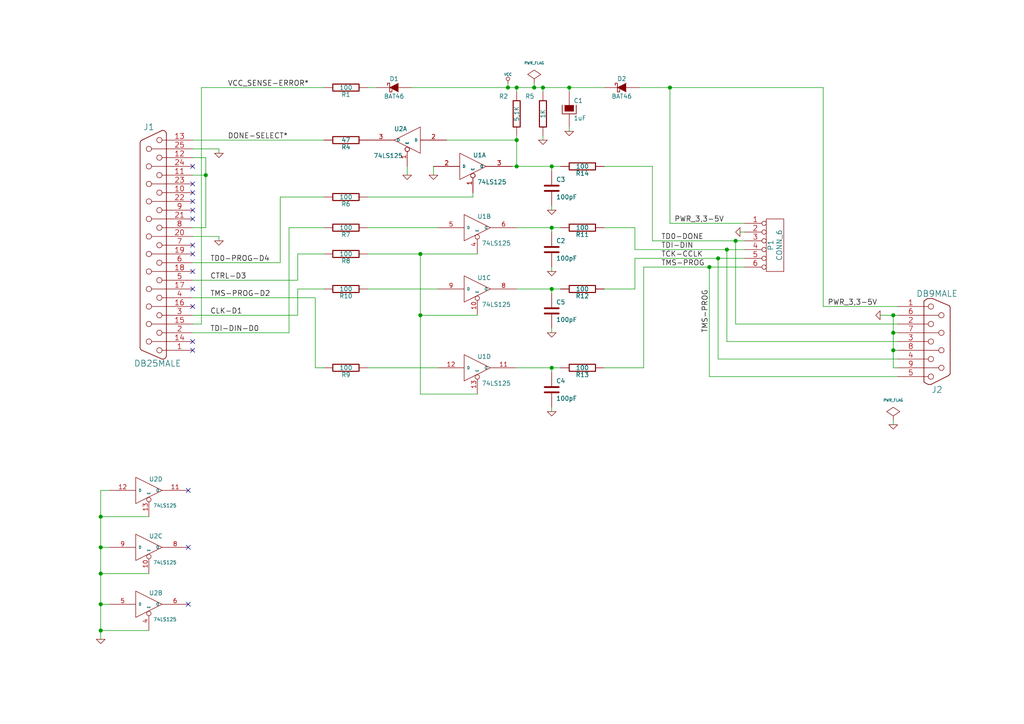
<source format=kicad_sch>
(kicad_sch (version 20210621) (generator eeschema)
  (paper "A4")
  (title_block (title "PARALLEL CABLE III") (date "Sun 22 Mar 2015") (rev "1"))
  (lib_symbols
    (symbol "sonde_xilinx_schlib:74LS125" (pin_names (offset 0.762))
      (property "Reference" "U" (at 0 2.54 0))
      (property "Value" "74LS125" (at 1.27 -3.81 0))
      (symbol "74LS125_0_0"
        (pin power_in line (at -3.81 3.81 270) (length 0) hide (name "VCC") (number "14"))
        (pin power_in line (at -3.81 -3.81 90) (length 0) hide (name "GND") (number "7"))
      )
      (symbol "74LS125_0_1"
        (polyline (pts (xy -3.81 3.81) (xy -3.81 -3.81) (xy 3.81 0) (xy -3.81 3.81)))
      )
      (symbol "74LS125_1_0"
        (pin input inverted (at 0 -7.62 90) (length 5.588) (name "E") (number "1"))
      )
      (symbol "74LS125_1_1"
        (pin input line (at -11.43 0 0) (length 7.62) (name "D") (number "2"))
        (pin tri_state line (at 11.43 0 180) (length 7.62) (name "O") (number "3"))
      )
      (symbol "74LS125_2_0"
        (pin input inverted (at 0 -7.62 90) (length 5.588) (name "E") (number "4"))
      )
      (symbol "74LS125_2_1"
        (pin input line (at -11.43 0 0) (length 7.62) (name "D") (number "5"))
        (pin tri_state line (at 11.43 0 180) (length 7.62) (name "O") (number "6"))
      )
      (symbol "74LS125_3_0"
        (pin input inverted (at 0 -7.62 90) (length 5.588) (name "E") (number "10"))
      )
      (symbol "74LS125_3_1"
        (pin tri_state line (at 11.43 0 180) (length 7.62) (name "O") (number "8"))
        (pin input line (at -11.43 0 0) (length 7.62) (name "D") (number "9"))
      )
      (symbol "74LS125_4_0"
        (pin input inverted (at 0 -7.62 90) (length 5.588) (name "E") (number "13"))
      )
      (symbol "74LS125_4_1"
        (pin tri_state line (at 11.43 0 180) (length 7.62) (name "O") (number "11"))
        (pin input line (at -11.43 0 0) (length 7.62) (name "D") (number "12"))
      )
    )
    (symbol "sonde_xilinx_schlib:C" (pin_numbers hide) (pin_names (offset 0.254))
      (property "Reference" "C" (at 0 2.54 0))
      (property "Value" "C" (at 0.1524 -2.159 0))
      (symbol "C_0_1"
        (polyline (pts (xy -2.032 -0.762) (xy 2.032 -0.762)) (stroke (width 0.508)))
        (polyline (pts (xy -2.032 0.762) (xy 2.032 0.762)) (stroke (width 0.508)))
      )
      (symbol "C_1_1"
        (pin passive line (at 0 5.08 270) (length 4.318) (name "~") (number "1"))
        (pin passive line (at 0 -5.08 90) (length 4.318) (name "~") (number "2"))
      )
    )
    (symbol "sonde_xilinx_schlib:CONN_6" (pin_names (offset 0.762) hide)
      (property "Reference" "P" (at -1.27 0 90))
      (property "Value" "CONN_6" (at 1.27 0 90))
      (symbol "CONN_6_0_1"
        (rectangle (start -2.54 7.62) (end 2.54 -7.62))
      )
      (symbol "CONN_6_1_1"
        (pin passive inverted (at -8.89 6.35 0) (length 6.35) (name "1") (number "1"))
        (pin passive inverted (at -8.89 3.81 0) (length 6.35) (name "2") (number "2"))
        (pin passive inverted (at -8.89 1.27 0) (length 6.35) (name "3") (number "3"))
        (pin passive inverted (at -8.89 -1.27 0) (length 6.35) (name "4") (number "4"))
        (pin passive inverted (at -8.89 -3.81 0) (length 6.35) (name "5") (number "5"))
        (pin passive inverted (at -8.89 -6.35 0) (length 6.35) (name "6") (number "6"))
      )
    )
    (symbol "sonde_xilinx_schlib:CP" (pin_numbers hide) (pin_names (offset 0.254) hide)
      (property "Reference" "C" (at 1.27 2.54 0))
      (property "Value" "CP" (at 1.27 -2.54 0))
      (symbol "CP_0_1"
        (polyline (pts (xy -2.032 1.27) (xy -2.032 -1.27) (xy 2.032 -1.27) (xy 2.032 1.27)) (stroke (width 0.2032)))
        (polyline (pts (xy -1.27 1.27) (xy -1.27 -0.508) (xy 1.27 -0.508) (xy 1.27 1.27)) (fill (type outline)))
      )
      (symbol "CP_1_1"
        (pin passive line (at 0 5.08 270) (length 3.81) (name "~") (number "1"))
        (pin passive line (at 0 -5.08 90) (length 3.81) (name "~") (number "2"))
      )
    )
    (symbol "sonde_xilinx_schlib:DB25" (pin_names (offset 1.016) hide)
      (property "Reference" "J" (at 1.27 34.29 0))
      (property "Value" "DB25" (at -1.27 -34.29 0))
      (symbol "DB25_0_1"
        (arc (start -3.81 -32.004) (mid -3.4118 -32.8103) (end -2.54 -33.02) (stroke (width 0.2032)))
        (arc (start -2.54 33.274) (mid -3.4192 33.0712) (end -3.81 32.258) (stroke (width 0.2032)))
        (circle (center -1.778 -30.48) (radius 0.762))
        (circle (center -1.778 -25.4) (radius 0.762))
        (circle (center -1.778 -20.32) (radius 0.762))
        (circle (center -1.778 -15.24) (radius 0.762))
        (circle (center -1.778 -10.16) (radius 0.762))
        (circle (center -1.778 -5.08) (radius 0.762))
        (circle (center -1.778 0) (radius 0.762))
        (circle (center -1.778 5.08) (radius 0.762))
        (circle (center -1.778 10.16) (radius 0.762))
        (circle (center -1.778 15.24) (radius 0.762))
        (circle (center -1.778 20.32) (radius 0.762))
        (circle (center -1.778 25.4) (radius 0.762))
        (circle (center -1.778 30.48) (radius 0.762))
        (polyline (pts (xy -3.81 -32.004) (xy -3.81 32.258)) (stroke (width 0.2032)))
        (polyline (pts (xy -3.81 -30.48) (xy -2.54 -30.48)))
        (polyline (pts (xy -3.81 -27.94) (xy 0.508 -27.94)))
        (polyline (pts (xy -3.81 -25.4) (xy -2.54 -25.4)))
        (polyline (pts (xy -3.81 -22.86) (xy 0.508 -22.86)))
        (polyline (pts (xy -3.81 -20.32) (xy -2.54 -20.32)))
        (polyline (pts (xy -3.81 -17.78) (xy 0.508 -17.78)))
        (polyline (pts (xy -3.81 -15.24) (xy -2.54 -15.24)))
        (polyline (pts (xy -3.81 -12.7) (xy 0.508 -12.7)))
        (polyline (pts (xy -3.81 -10.16) (xy -2.54 -10.16)))
        (polyline (pts (xy -3.81 -7.62) (xy 0.508 -7.62)))
        (polyline (pts (xy -3.81 -5.08) (xy -2.54 -5.08)))
        (polyline (pts (xy -3.81 -2.54) (xy 0.508 -2.54)))
        (polyline (pts (xy -3.81 0) (xy -2.54 0)))
        (polyline (pts (xy -3.81 2.54) (xy 0.508 2.54)))
        (polyline (pts (xy -3.81 5.08) (xy -2.54 5.08)))
        (polyline (pts (xy -3.81 7.62) (xy 0.508 7.62)))
        (polyline (pts (xy -3.81 10.16) (xy -2.54 10.16)))
        (polyline (pts (xy -3.81 12.7) (xy 0.508 12.7)))
        (polyline (pts (xy -3.81 15.24) (xy -2.54 15.24)))
        (polyline (pts (xy -3.81 17.78) (xy 0.508 17.78)))
        (polyline (pts (xy -3.81 20.32) (xy -2.54 20.32)))
        (polyline (pts (xy -3.81 22.86) (xy 0.508 22.86)))
        (polyline (pts (xy -3.81 25.4) (xy -2.54 25.4)))
        (polyline (pts (xy -3.81 27.94) (xy 0.508 27.94)))
        (polyline (pts (xy -3.81 30.48) (xy -2.54 30.48)))
        (polyline (pts (xy -2.54 -33.02) (xy 3.302 -30.48)) (stroke (width 0.2032)))
        (polyline (pts (xy 3.302 30.48) (xy -2.54 33.274)) (stroke (width 0.2032)))
        (polyline (pts (xy 3.81 -29.718) (xy 3.81 29.718)) (stroke (width 0.2032)))
        (circle (center 1.27 -27.94) (radius 0.762))
        (circle (center 1.27 -22.86) (radius 0.762))
        (circle (center 1.27 -17.78) (radius 0.762))
        (circle (center 1.27 -12.7) (radius 0.762))
        (circle (center 1.27 -7.62) (radius 0.762))
        (circle (center 1.27 -2.54) (radius 0.762))
        (circle (center 1.27 2.54) (radius 0.762))
        (circle (center 1.27 7.62) (radius 0.762))
        (circle (center 1.27 12.7) (radius 0.762))
        (circle (center 1.27 17.78) (radius 0.762))
        (circle (center 1.27 22.86) (radius 0.762))
        (circle (center 1.27 27.94) (radius 0.762))
        (arc (start 3.302 -30.48) (mid 3.6653 -30.1718) (end 3.81 -29.718) (stroke (width 0.2032)))
        (arc (start 3.7846 29.718) (mid 3.654 30.1598) (end 3.302 30.4546) (stroke (width 0.2032)))
      )
      (symbol "DB25_1_1"
        (pin passive line (at -11.43 -30.48 0) (length 7.62) (name "1") (number "1"))
        (pin passive line (at -11.43 15.24 0) (length 7.62) (name "10") (number "10"))
        (pin passive line (at -11.43 20.32 0) (length 7.62) (name "11") (number "11"))
        (pin passive line (at -11.43 25.4 0) (length 7.62) (name "12") (number "12"))
        (pin passive line (at -11.43 30.48 0) (length 7.62) (name "13") (number "13"))
        (pin passive line (at -11.43 -27.94 0) (length 7.62) (name "P14") (number "14"))
        (pin passive line (at -11.43 -22.86 0) (length 7.62) (name "P15") (number "15"))
        (pin passive line (at -11.43 -17.78 0) (length 7.62) (name "P16") (number "16"))
        (pin passive line (at -11.43 -12.7 0) (length 7.62) (name "P17") (number "17"))
        (pin passive line (at -11.43 -7.62 0) (length 7.62) (name "P18") (number "18"))
        (pin passive line (at -11.43 -2.54 0) (length 7.62) (name "P19") (number "19"))
        (pin passive line (at -11.43 -25.4 0) (length 7.62) (name "2") (number "2"))
        (pin passive line (at -11.43 2.54 0) (length 7.62) (name "P20") (number "20"))
        (pin passive line (at -11.43 7.62 0) (length 7.62) (name "P21") (number "21"))
        (pin passive line (at -11.43 12.7 0) (length 7.62) (name "P22") (number "22"))
        (pin passive line (at -11.43 17.78 0) (length 7.62) (name "P23") (number "23"))
        (pin passive line (at -11.43 22.86 0) (length 7.62) (name "P24") (number "24"))
        (pin passive line (at -11.43 27.94 0) (length 7.62) (name "P25") (number "25"))
        (pin passive line (at -11.43 -20.32 0) (length 7.62) (name "3") (number "3"))
        (pin passive line (at -11.43 -15.24 0) (length 7.62) (name "4") (number "4"))
        (pin passive line (at -11.43 -10.16 0) (length 7.62) (name "5") (number "5"))
        (pin passive line (at -11.43 -5.08 0) (length 7.62) (name "6") (number "6"))
        (pin passive line (at -11.43 0 0) (length 7.62) (name "7") (number "7"))
        (pin passive line (at -11.43 5.08 0) (length 7.62) (name "8") (number "8"))
        (pin passive line (at -11.43 10.16 0) (length 7.62) (name "9") (number "9"))
      )
    )
    (symbol "sonde_xilinx_schlib:DB9" (pin_names (offset 1.016) hide)
      (property "Reference" "J" (at 0 13.97 0))
      (property "Value" "DB9" (at 0 -13.97 0))
      (symbol "DB9_0_1"
        (circle (center -1.778 -10.16) (radius 0.762))
        (circle (center -1.778 -5.08) (radius 0.762))
        (circle (center -1.778 0) (radius 0.762))
        (circle (center -1.778 5.08) (radius 0.762))
        (circle (center -1.778 10.16) (radius 0.762))
        (polyline (pts (xy -3.81 -11.684) (xy -3.81 11.684)) (stroke (width 0.2032)))
        (polyline (pts (xy -3.81 -11.6586) (xy -3.556 -11.938)) (stroke (width 0.2032)))
        (polyline (pts (xy -3.81 -10.16) (xy -2.54 -10.16)))
        (polyline (pts (xy -3.81 -7.62) (xy 0.508 -7.62)))
        (polyline (pts (xy -3.81 -5.08) (xy -2.54 -5.08)))
        (polyline (pts (xy -3.81 -2.54) (xy 0.508 -2.54)))
        (polyline (pts (xy -3.81 0) (xy -2.54 0)))
        (polyline (pts (xy -3.81 2.54) (xy 0.508 2.54)))
        (polyline (pts (xy -3.81 5.08) (xy -2.54 5.08)))
        (polyline (pts (xy -3.81 7.62) (xy 0.508 7.62)))
        (polyline (pts (xy -3.81 10.16) (xy -2.54 10.16)))
        (polyline (pts (xy -3.556 -11.938) (xy -2.794 -12.446)) (stroke (width 0.2032)))
        (polyline (pts (xy -3.556 11.938) (xy -3.81 11.684)) (stroke (width 0.2032)))
        (polyline (pts (xy -3.556 11.938) (xy -2.54 12.446)) (stroke (width 0.2032)))
        (polyline (pts (xy -2.794 -12.446) (xy -1.27 -12.446)) (stroke (width 0.2032)))
        (polyline (pts (xy -2.54 12.446) (xy -1.778 12.446)) (stroke (width 0.2032)))
        (polyline (pts (xy 3.2766 9.906) (xy -1.778 12.446)) (stroke (width 0.2032)))
        (polyline (pts (xy 3.2766 9.906) (xy 3.81 9.398)) (stroke (width 0.2032)))
        (polyline (pts (xy 3.556 -10.3886) (xy -1.27 -12.446)) (stroke (width 0.2032)))
        (polyline (pts (xy 3.81 -9.906) (xy 3.556 -10.3886)) (stroke (width 0.2032)))
        (polyline (pts (xy 3.81 9.398) (xy 3.81 -9.906)) (stroke (width 0.2032)))
        (circle (center 1.27 -7.62) (radius 0.762))
        (circle (center 1.27 -2.54) (radius 0.762))
        (circle (center 1.27 2.54) (radius 0.762))
        (circle (center 1.27 7.62) (radius 0.762))
      )
      (symbol "DB9_1_1"
        (pin passive line (at -11.43 -10.16 0) (length 7.62) (name "1") (number "1"))
        (pin passive line (at -11.43 -5.08 0) (length 7.62) (name "2") (number "2"))
        (pin passive line (at -11.43 0 0) (length 7.62) (name "3") (number "3"))
        (pin passive line (at -11.43 5.08 0) (length 7.62) (name "4") (number "4"))
        (pin passive line (at -11.43 10.16 0) (length 7.62) (name "5") (number "5"))
        (pin passive line (at -11.43 -7.62 0) (length 7.62) (name "P6") (number "6"))
        (pin passive line (at -11.43 -2.54 0) (length 7.62) (name "P7") (number "7"))
        (pin passive line (at -11.43 2.54 0) (length 7.62) (name "P8") (number "8"))
        (pin passive line (at -11.43 7.62 0) (length 7.62) (name "P9") (number "9"))
      )
    )
    (symbol "sonde_xilinx_schlib:DIODESCH" (pin_numbers hide) (pin_names (offset 1.016) hide)
      (property "Reference" "D" (at 0 2.54 0))
      (property "Value" "DIODESCH" (at 0 -2.54 0))
      (symbol "DIODESCH_0_1"
        (polyline (pts (xy -1.27 1.27) (xy 1.27 0) (xy -1.27 -1.27)) (fill (type outline)))
        (polyline (pts (xy 1.905 0.635) (xy 1.905 1.27) (xy 1.27 1.27) (xy 1.27 -1.27) (xy 0.635 -1.27) (xy 0.635 -0.635)) (stroke (width 0.2032)))
      )
      (symbol "DIODESCH_1_1"
        (pin passive line (at -5.08 0 0) (length 3.81) (name "A") (number "1"))
        (pin passive line (at 5.08 0 180) (length 3.81) (name "K") (number "2"))
      )
    )
    (symbol "sonde_xilinx_schlib:GND" (power) (pin_names (offset 0))
      (symbol "GND_0_1"
        (polyline (pts (xy -1.27 0) (xy 0 -1.27) (xy 1.27 0) (xy -1.27 0)))
      )
      (symbol "GND_1_1"
        (pin power_in line (at 0 0 90) (length 0) hide (name "GND") (number "1"))
      )
    )
    (symbol "sonde_xilinx_schlib:PWR_FLAG" (power) (pin_numbers hide) (pin_names (offset 0) hide)
      (property "Value" "PWR_FLAG" (at 0 4.572 0))
      (symbol "PWR_FLAG_0_0"
        (pin power_out line (at 0 0 90) (length 0) (name "pwr") (number "1"))
      )
      (symbol "PWR_FLAG_0_1"
        (polyline (pts (xy 0 0) (xy 0 1.27) (xy -1.905 2.54) (xy 0 3.81) (xy 1.905 2.54) (xy 0 1.27)))
      )
    )
    (symbol "sonde_xilinx_schlib:R" (pin_numbers hide) (pin_names (offset 0))
      (property "Reference" "R" (at 2.032 0 90))
      (property "Value" "R" (at 0.1778 0.0254 90))
      (symbol "R_0_1"
        (rectangle (start -1.016 3.81) (end 1.016 -3.81) (stroke (width 0.3048)))
      )
      (symbol "R_1_1"
        (pin passive line (at 0 6.35 270) (length 2.54) (name "~") (number "1"))
        (pin passive line (at 0 -6.35 90) (length 2.54) (name "~") (number "2"))
      )
    )
    (symbol "sonde_xilinx_schlib:VCC" (power) (pin_names (offset 0))
      (property "Value" "VCC" (at 0 2.54 0))
      (symbol "VCC_0_0"
        (pin power_in line (at 0 0 90) (length 0) hide (name "VCC") (number "1"))
      )
      (symbol "VCC_0_1"
        (polyline (pts (xy 0 0) (xy 0 0.762) (xy 0 0.762)))
        (circle (center 0 1.27) (radius 0.508))
      )
    )
  )
  (junction (at 147.32 25.4) (diameter 1.016))
  (junction (at 210.82 72.39) (diameter 1.016))
  (junction (at 205.74 77.47) (diameter 1.016))
  (junction (at 149.86 48.26) (diameter 1.016))
  (junction (at 157.48 25.4) (diameter 1.016))
  (junction (at 59.69 50.8) (diameter 1.016))
  (junction (at 154.94 25.4) (diameter 1.016))
  (junction (at 160.02 48.26) (diameter 1.016))
  (junction (at 259.08 91.44) (diameter 1.016))
  (junction (at 165.1 25.4) (diameter 1.016))
  (junction (at 259.08 101.6) (diameter 1.016))
  (junction (at 29.21 182.88) (diameter 1.016))
  (junction (at 29.21 166.37) (diameter 1.016))
  (junction (at 160.02 83.82) (diameter 1.016))
  (junction (at 149.86 40.64) (diameter 1.016))
  (junction (at 160.02 66.04) (diameter 1.016))
  (junction (at 208.28 74.93) (diameter 1.016))
  (junction (at 259.08 96.52) (diameter 1.016))
  (junction (at 160.02 106.68) (diameter 1.016))
  (junction (at 121.92 73.66) (diameter 1.016))
  (junction (at 213.36 69.85) (diameter 1.016))
  (junction (at 29.21 158.75) (diameter 1.016))
  (junction (at 194.31 25.4) (diameter 1.016))
  (junction (at 29.21 175.26) (diameter 1.016))
  (junction (at 121.92 91.44) (diameter 1.016))
  (junction (at 29.21 149.86) (diameter 1.016))
  (junction (at 149.86 25.4) (diameter 1.016))
  (no_connect (at 54.61 175.26))
  (no_connect (at 55.88 88.9))
  (no_connect (at 54.61 142.24))
  (no_connect (at 54.61 158.75))
  (no_connect (at 55.88 55.88))
  (no_connect (at 55.88 71.12))
  (no_connect (at 55.88 48.26))
  (no_connect (at 55.88 73.66))
  (no_connect (at 55.88 101.6))
  (no_connect (at 55.88 53.34))
  (no_connect (at 55.88 78.74))
  (no_connect (at 55.88 60.96))
  (no_connect (at 55.88 58.42))
  (no_connect (at 55.88 99.06))
  (no_connect (at 55.88 63.5))
  (no_connect (at 55.88 83.82))
  (wire (pts (xy 165.1 25.4) (xy 165.1 26.67)))
  (wire (pts (xy 59.69 66.04) (xy 55.88 66.04)))
  (wire (pts (xy 106.68 57.15) (xy 137.16 57.15)))
  (wire (pts (xy 129.54 40.64) (xy 149.86 40.64)))
  (wire (pts (xy 189.23 48.26) (xy 175.26 48.26)))
  (wire (pts (xy 149.86 106.68) (xy 160.02 106.68)))
  (wire (pts (xy 59.69 45.72) (xy 55.88 45.72)))
  (wire (pts (xy 63.5 69.85) (xy 63.5 68.58)))
  (wire (pts (xy 260.35 99.06) (xy 210.82 99.06)))
  (wire (pts (xy 91.44 86.36) (xy 55.88 86.36)))
  (wire (pts (xy 149.86 66.04) (xy 160.02 66.04)))
  (wire (pts (xy 208.28 104.14) (xy 208.28 74.93)))
  (wire (pts (xy 109.22 25.4) (xy 106.68 25.4)))
  (wire (pts (xy 29.21 166.37) (xy 43.18 166.37)))
  (wire (pts (xy 160.02 95.25) (xy 160.02 96.52)))
  (wire (pts (xy 127 83.82) (xy 106.68 83.82)))
  (wire (pts (xy 184.15 72.39) (xy 184.15 66.04)))
  (wire (pts (xy 157.48 25.4) (xy 165.1 25.4)))
  (wire (pts (xy 148.59 48.26) (xy 149.86 48.26)))
  (wire (pts (xy 149.86 39.37) (xy 149.86 40.64)))
  (wire (pts (xy 260.35 96.52) (xy 259.08 96.52)))
  (wire (pts (xy 259.08 91.44) (xy 260.35 91.44)))
  (wire (pts (xy 160.02 107.95) (xy 160.02 106.68)))
  (wire (pts (xy 157.48 25.4) (xy 157.48 26.67)))
  (wire (pts (xy 205.74 77.47) (xy 215.9 77.47)))
  (wire (pts (xy 29.21 142.24) (xy 29.21 149.86)))
  (wire (pts (xy 29.21 158.75) (xy 31.75 158.75)))
  (wire (pts (xy 55.88 81.28) (xy 86.36 81.28)))
  (wire (pts (xy 29.21 149.86) (xy 29.21 158.75)))
  (wire (pts (xy 86.36 73.66) (xy 93.98 73.66)))
  (wire (pts (xy 29.21 158.75) (xy 29.21 166.37)))
  (wire (pts (xy 86.36 91.44) (xy 86.36 83.82)))
  (wire (pts (xy 208.28 74.93) (xy 215.9 74.93)))
  (wire (pts (xy 147.32 25.4) (xy 149.86 25.4)))
  (wire (pts (xy 55.88 50.8) (xy 59.69 50.8)))
  (wire (pts (xy 259.08 123.19) (xy 259.08 121.92)))
  (wire (pts (xy 137.16 57.15) (xy 137.16 55.88)))
  (wire (pts (xy 59.69 45.72) (xy 59.69 50.8)))
  (wire (pts (xy 83.82 96.52) (xy 83.82 66.04)))
  (wire (pts (xy 189.23 69.85) (xy 189.23 48.26)))
  (wire (pts (xy 29.21 142.24) (xy 31.75 142.24)))
  (wire (pts (xy 160.02 78.74) (xy 160.02 77.47)))
  (wire (pts (xy 121.92 73.66) (xy 138.43 73.66)))
  (wire (pts (xy 63.5 43.18) (xy 55.88 43.18)))
  (wire (pts (xy 58.42 25.4) (xy 93.98 25.4)))
  (wire (pts (xy 91.44 106.68) (xy 91.44 86.36)))
  (wire (pts (xy 63.5 44.45) (xy 63.5 43.18)))
  (wire (pts (xy 184.15 74.93) (xy 208.28 74.93)))
  (wire (pts (xy 149.86 83.82) (xy 160.02 83.82)))
  (wire (pts (xy 259.08 106.68) (xy 260.35 106.68)))
  (wire (pts (xy 160.02 67.31) (xy 160.02 66.04)))
  (wire (pts (xy 29.21 175.26) (xy 31.75 175.26)))
  (wire (pts (xy 160.02 48.26) (xy 160.02 49.53)))
  (wire (pts (xy 205.74 109.22) (xy 205.74 77.47)))
  (wire (pts (xy 260.35 104.14) (xy 208.28 104.14)))
  (wire (pts (xy 127 106.68) (xy 106.68 106.68)))
  (wire (pts (xy 81.28 57.15) (xy 93.98 57.15)))
  (wire (pts (xy 29.21 166.37) (xy 29.21 175.26)))
  (wire (pts (xy 259.08 91.44) (xy 259.08 96.52)))
  (wire (pts (xy 186.69 106.68) (xy 186.69 77.47)))
  (wire (pts (xy 138.43 91.44) (xy 121.92 91.44)))
  (wire (pts (xy 29.21 175.26) (xy 29.21 182.88)))
  (wire (pts (xy 149.86 48.26) (xy 160.02 48.26)))
  (wire (pts (xy 260.35 109.22) (xy 205.74 109.22)))
  (wire (pts (xy 55.88 76.2) (xy 81.28 76.2)))
  (wire (pts (xy 149.86 40.64) (xy 149.86 48.26)))
  (wire (pts (xy 189.23 69.85) (xy 213.36 69.85)))
  (wire (pts (xy 260.35 88.9) (xy 238.76 88.9)))
  (wire (pts (xy 160.02 118.11) (xy 160.02 119.38)))
  (wire (pts (xy 58.42 25.4) (xy 58.42 93.98)))
  (wire (pts (xy 259.08 101.6) (xy 259.08 106.68)))
  (wire (pts (xy 194.31 25.4) (xy 238.76 25.4)))
  (wire (pts (xy 154.94 25.4) (xy 157.48 25.4)))
  (wire (pts (xy 147.32 25.4) (xy 147.32 24.13)))
  (wire (pts (xy 210.82 72.39) (xy 215.9 72.39)))
  (wire (pts (xy 184.15 74.93) (xy 184.15 83.82)))
  (wire (pts (xy 215.9 64.77) (xy 194.31 64.77)))
  (wire (pts (xy 55.88 40.64) (xy 93.98 40.64)))
  (wire (pts (xy 121.92 73.66) (xy 121.92 91.44)))
  (wire (pts (xy 210.82 99.06) (xy 210.82 72.39)))
  (wire (pts (xy 118.11 50.8) (xy 118.11 48.26)))
  (wire (pts (xy 55.88 91.44) (xy 86.36 91.44)))
  (wire (pts (xy 184.15 83.82) (xy 175.26 83.82)))
  (wire (pts (xy 213.36 93.98) (xy 213.36 69.85)))
  (wire (pts (xy 160.02 106.68) (xy 162.56 106.68)))
  (wire (pts (xy 260.35 93.98) (xy 213.36 93.98)))
  (wire (pts (xy 93.98 106.68) (xy 91.44 106.68)))
  (wire (pts (xy 165.1 38.1) (xy 165.1 36.83)))
  (wire (pts (xy 255.27 91.44) (xy 259.08 91.44)))
  (wire (pts (xy 121.92 114.3) (xy 138.43 114.3)))
  (wire (pts (xy 214.63 67.31) (xy 215.9 67.31)))
  (wire (pts (xy 125.73 48.26) (xy 125.73 50.8)))
  (wire (pts (xy 106.68 73.66) (xy 121.92 73.66)))
  (wire (pts (xy 119.38 25.4) (xy 147.32 25.4)))
  (wire (pts (xy 127 66.04) (xy 106.68 66.04)))
  (wire (pts (xy 185.42 25.4) (xy 194.31 25.4)))
  (wire (pts (xy 238.76 25.4) (xy 238.76 88.9)))
  (wire (pts (xy 29.21 182.88) (xy 43.18 182.88)))
  (wire (pts (xy 160.02 83.82) (xy 162.56 83.82)))
  (wire (pts (xy 157.48 40.64) (xy 157.48 39.37)))
  (wire (pts (xy 184.15 72.39) (xy 210.82 72.39)))
  (wire (pts (xy 149.86 25.4) (xy 154.94 25.4)))
  (wire (pts (xy 184.15 66.04) (xy 175.26 66.04)))
  (wire (pts (xy 58.42 93.98) (xy 55.88 93.98)))
  (wire (pts (xy 186.69 77.47) (xy 205.74 77.47)))
  (wire (pts (xy 86.36 83.82) (xy 93.98 83.82)))
  (wire (pts (xy 59.69 50.8) (xy 59.69 66.04)))
  (wire (pts (xy 81.28 76.2) (xy 81.28 57.15)))
  (wire (pts (xy 63.5 68.58) (xy 55.88 68.58)))
  (wire (pts (xy 259.08 101.6) (xy 260.35 101.6)))
  (wire (pts (xy 86.36 81.28) (xy 86.36 73.66)))
  (wire (pts (xy 149.86 25.4) (xy 149.86 26.67)))
  (wire (pts (xy 213.36 69.85) (xy 215.9 69.85)))
  (wire (pts (xy 175.26 106.68) (xy 186.69 106.68)))
  (wire (pts (xy 121.92 91.44) (xy 121.92 114.3)))
  (wire (pts (xy 165.1 25.4) (xy 175.26 25.4)))
  (wire (pts (xy 154.94 24.13) (xy 154.94 25.4)))
  (wire (pts (xy 160.02 66.04) (xy 162.56 66.04)))
  (wire (pts (xy 43.18 149.86) (xy 29.21 149.86)))
  (wire (pts (xy 160.02 48.26) (xy 162.56 48.26)))
  (wire (pts (xy 55.88 96.52) (xy 83.82 96.52)))
  (wire (pts (xy 194.31 64.77) (xy 194.31 25.4)))
  (wire (pts (xy 160.02 85.09) (xy 160.02 83.82)))
  (wire (pts (xy 259.08 96.52) (xy 259.08 101.6)))
  (wire (pts (xy 160.02 60.96) (xy 160.02 59.69)))
  (wire (pts (xy 83.82 66.04) (xy 93.98 66.04)))
  (wire (pts (xy 29.21 182.88) (xy 29.21 185.42)))
  (label "TMS-PROG" (at 205.74 96.52 90) (effects (font (size 1.524 1.524))))
  (label "TDI-DIN-D0" (at 60.96 96.52 0) (effects (font (size 1.524 1.524))))
  (label "CTRL-D3" (at 60.96 81.28 0) (effects (font (size 1.524 1.524))))
  (label "PWR_3,3-5V" (at 240.03 88.9 0) (effects (font (size 1.524 1.524))))
  (label "VCC_SENSE-ERROR*" (at 66.04 25.4 0) (effects (font (size 1.524 1.524))))
  (label "TD0-PROG-D4" (at 60.96 76.2 0) (effects (font (size 1.524 1.524))))
  (label "TMS-PROG" (at 191.77 77.47 0) (effects (font (size 1.524 1.524))))
  (label "TMS-PROG-D2" (at 60.96 86.36 0) (effects (font (size 1.524 1.524))))
  (label "CLK-D1" (at 60.96 91.44 0) (effects (font (size 1.524 1.524))))
  (label "DONE-SELECT*" (at 66.04 40.64 0) (effects (font (size 1.524 1.524))))
  (label "TD0-DONE" (at 191.77 69.85 0) (effects (font (size 1.524 1.524))))
  (label "TDI-DIN" (at 191.77 72.39 0) (effects (font (size 1.524 1.524))))
  (label "TCK-CCLK" (at 191.77 74.93 0) (effects (font (size 1.524 1.524))))
  (label "PWR_3,3-5V" (at 195.58 64.77 0) (effects (font (size 1.524 1.524))))
  (symbol (lib_id "sonde_xilinx_schlib:DB25") (at 44.45 71.12 0) (mirror y) (unit 1)
    (property "Reference" "J1" (at 43.18 36.83 0) (effects (font (size 1.778 1.778))))
    (property "Value" "DB25MALE" (at 45.72 105.41 0) (effects (font (size 1.778 1.778))))
    (property "Footprint" "Connector_Dsub:DSUB-25_Male_EdgeMount_P2.77mm" (effects hide))
  )
  (symbol (lib_id "sonde_xilinx_schlib:R") (at 100.33 25.4 270) (unit 1)
    (property "Reference" "R1" (at 100.33 27.432 90))
    (property "Value" "100" (at 100.33 25.4 90))
    (property "Footprint" "Resistor_THT:R_Axial_DIN0207_L6.3mm_D2.5mm_P10.16mm_Horizontal" (effects hide))
  )
  (symbol (lib_id "sonde_xilinx_schlib:R") (at 100.33 40.64 270) (unit 1)
    (property "Reference" "R4" (at 100.33 42.672 90))
    (property "Value" "47" (at 100.33 40.64 90))
    (property "Footprint" "Resistor_THT:R_Axial_DIN0207_L6.3mm_D2.5mm_P10.16mm_Horizontal" (effects hide))
  )
  (symbol (lib_id "sonde_xilinx_schlib:R") (at 100.33 57.15 270) (unit 1)
    (property "Reference" "R6" (at 100.33 59.182 90))
    (property "Value" "100" (at 100.33 57.15 90))
    (property "Footprint" "Resistor_THT:R_Axial_DIN0207_L6.3mm_D2.5mm_P10.16mm_Horizontal" (effects hide))
  )
  (symbol (lib_id "sonde_xilinx_schlib:R") (at 100.33 83.82 270) (unit 1)
    (property "Reference" "R10" (at 100.33 85.852 90))
    (property "Value" "100" (at 100.33 83.82 90))
    (property "Footprint" "Resistor_THT:R_Axial_DIN0207_L6.3mm_D2.5mm_P10.16mm_Horizontal" (effects hide))
  )
  (symbol (lib_id "sonde_xilinx_schlib:R") (at 100.33 106.68 270) (unit 1)
    (property "Reference" "R9" (at 100.33 108.712 90))
    (property "Value" "100" (at 100.33 106.68 90))
    (property "Footprint" "Resistor_THT:R_Axial_DIN0207_L6.3mm_D2.5mm_P10.16mm_Horizontal" (effects hide))
  )
  (symbol (lib_id "sonde_xilinx_schlib:74LS125") (at 118.11 40.64 0) (mirror y) (unit 1)
    (property "Reference" "U2" (at 118.11 38.1 0) (effects (justify left bottom)))
    (property "Value" "74LS125" (at 116.84 44.45 0) (effects (justify left top)))
    (property "Footprint" "Package_DIP:DIP-14_W7.62mm_LongPads" (effects hide))
  )
  (symbol (lib_id "sonde_xilinx_schlib:74LS125") (at 137.16 48.26 0) (unit 1)
    (property "Reference" "U1" (at 137.16 45.72 0) (effects (justify left bottom)))
    (property "Value" "74LS125" (at 138.43 52.07 0) (effects (justify left top)))
    (property "Footprint" "Package_DIP:DIP-14_W7.62mm_LongPads" (effects hide))
  )
  (symbol (lib_id "sonde_xilinx_schlib:74LS125") (at 138.43 66.04 0) (unit 2)
    (property "Reference" "U1" (at 138.43 63.5 0) (effects (justify left bottom)))
    (property "Value" "74LS125" (at 139.7 69.8246 0) (effects (justify left top)))
    (property "Footprint" "Package_DIP:DIP-14_W7.62mm_LongPads" (effects hide))
  )
  (symbol (lib_id "sonde_xilinx_schlib:74LS125") (at 138.43 83.82 0) (unit 3)
    (property "Reference" "U1" (at 138.43 81.28 0) (effects (justify left bottom)))
    (property "Value" "74LS125" (at 139.7 87.6046 0) (effects (justify left top)))
    (property "Footprint" "Package_DIP:DIP-14_W7.62mm_LongPads" (effects hide))
  )
  (symbol (lib_id "sonde_xilinx_schlib:74LS125") (at 138.43 106.68 0) (unit 4)
    (property "Reference" "U1" (at 138.43 104.14 0) (effects (justify left bottom)))
    (property "Value" "74LS125" (at 139.7 110.4646 0) (effects (justify left top)))
    (property "Footprint" "Package_DIP:DIP-14_W7.62mm_LongPads" (effects hide))
  )
  (symbol (lib_id "sonde_xilinx_schlib:74LS125") (at 43.18 175.26 0) (unit 2)
    (property "Reference" "U2" (at 43.18 172.72 0) (effects (justify left bottom)))
    (property "Value" "74LS125" (at 44.45 179.07 0) (effects (font (size 1.016 1.016)) (justify left top)))
    (property "Footprint" "Package_DIP:DIP-14_W7.62mm_LongPads" (effects hide))
  )
  (symbol (lib_id "sonde_xilinx_schlib:74LS125") (at 43.18 158.75 0) (unit 3)
    (property "Reference" "U2" (at 43.18 156.21 0) (effects (justify left bottom)))
    (property "Value" "74LS125" (at 44.45 162.56 0) (effects (font (size 1.016 1.016)) (justify left top)))
    (property "Footprint" "Package_DIP:DIP-14_W7.62mm_LongPads" (effects hide))
  )
  (symbol (lib_id "sonde_xilinx_schlib:74LS125") (at 43.18 142.24 0) (unit 4)
    (property "Reference" "U2" (at 43.18 139.7 0) (effects (justify left bottom)))
    (property "Value" "74LS125" (at 44.45 146.05 0) (effects (font (size 1.016 1.016)) (justify left top)))
    (property "Footprint" "Package_DIP:DIP-14_W7.62mm_LongPads" (effects hide))
  )
  (symbol (lib_id "sonde_xilinx_schlib:GND") (at 29.21 185.42 0) (unit 1)
    (property "Reference" "#PWR016" (effects hide))
    (property "Value" "GND" (effects hide))
  )
  (symbol (lib_id "sonde_xilinx_schlib:GND") (at 118.11 50.8 0) (unit 1)
    (property "Reference" "#PWR015" (effects hide))
    (property "Value" "GND" (effects hide))
  )
  (symbol (lib_id "sonde_xilinx_schlib:GND") (at 63.5 44.45 0) (unit 1)
    (property "Reference" "#PWR014" (effects hide))
    (property "Value" "GND" (effects hide))
  )
  (symbol (lib_id "sonde_xilinx_schlib:DIODESCH") (at 114.3 25.4 0) (mirror y) (unit 1)
    (property "Reference" "D1" (at 114.3 22.86 0))
    (property "Value" "BAT46" (at 114.3 27.94 0))
    (property "Footprint" "Diode_THT:D_A-405_P7.62mm_Horizontal" (effects hide))
  )
  (symbol (lib_id "sonde_xilinx_schlib:DIODESCH") (at 180.34 25.4 0) (mirror y) (unit 1)
    (property "Reference" "D2" (at 180.34 22.86 0))
    (property "Value" "BAT46" (at 180.34 27.94 0))
    (property "Footprint" "Diode_THT:D_A-405_P7.62mm_Horizontal" (effects hide))
  )
  (symbol (lib_id "sonde_xilinx_schlib:R") (at 149.86 33.02 0) (unit 1)
    (property "Reference" "R2" (at 146.05 27.94 0))
    (property "Value" "5,1K" (at 149.86 33.02 90))
    (property "Footprint" "Resistor_THT:R_Axial_DIN0207_L6.3mm_D2.5mm_P10.16mm_Horizontal" (effects hide))
  )
  (symbol (lib_id "sonde_xilinx_schlib:R") (at 157.48 33.02 0) (unit 1)
    (property "Reference" "R5" (at 153.67 27.94 0))
    (property "Value" "1K" (at 157.48 33.02 90))
    (property "Footprint" "Resistor_THT:R_Axial_DIN0207_L6.3mm_D2.5mm_P10.16mm_Horizontal" (effects hide))
  )
  (symbol (lib_id "sonde_xilinx_schlib:R") (at 168.91 48.26 270) (unit 1)
    (property "Reference" "R14" (at 168.91 50.292 90))
    (property "Value" "100" (at 168.91 48.26 90))
    (property "Footprint" "Resistor_THT:R_Axial_DIN0207_L6.3mm_D2.5mm_P10.16mm_Horizontal" (effects hide))
  )
  (symbol (lib_id "sonde_xilinx_schlib:C") (at 160.02 113.03 0) (unit 1)
    (property "Reference" "C4" (at 161.29 110.49 0) (effects (justify left)))
    (property "Value" "100pF" (at 161.29 115.57 0) (effects (justify left)))
    (property "Footprint" "Capacitor_THT:C_Disc_D5.1mm_W3.2mm_P5.00mm" (effects hide))
  )
  (symbol (lib_id "sonde_xilinx_schlib:GND") (at 160.02 119.38 0) (unit 1)
    (property "Reference" "#PWR01" (effects hide))
    (property "Value" "GND" (effects hide))
  )
  (symbol (lib_id "sonde_xilinx_schlib:GND") (at 157.48 40.64 0) (unit 1)
    (property "Reference" "#PWR012" (effects hide))
    (property "Value" "GND" (effects hide))
  )
  (symbol (lib_id "sonde_xilinx_schlib:CP") (at 165.1 31.75 0) (unit 1)
    (property "Reference" "C1" (at 166.37 29.21 0) (effects (justify left)))
    (property "Value" "1uF" (at 166.37 34.2646 0) (effects (justify left)))
    (property "Footprint" "Capacitor_THT:C_Axial_L5.1mm_D3.1mm_P12.50mm_Horizontal" (effects hide))
  )
  (symbol (lib_id "sonde_xilinx_schlib:GND") (at 165.1 38.1 0) (unit 1)
    (property "Reference" "#PWR09" (effects hide))
    (property "Value" "GND" (effects hide))
  )
  (symbol (lib_id "sonde_xilinx_schlib:CONN_6") (at 224.79 71.12 0) (unit 1)
    (property "Reference" "P1" (at 223.52 71.12 90) (effects (font (size 1.524 1.524))))
    (property "Value" "CONN_6" (at 226.06 71.12 90) (effects (font (size 1.524 1.524))))
    (property "Footprint" "Connector_PinHeader_2.54mm:PinHeader_1x06_P2.54mm_Vertical" (effects hide))
  )
  (symbol (lib_id "sonde_xilinx_schlib:GND") (at 214.63 67.31 270) (unit 1)
    (property "Reference" "#PWR08" (effects hide))
    (property "Value" "GND" (effects hide))
  )
  (symbol (lib_id "sonde_xilinx_schlib:PWR_FLAG") (at 259.08 121.92 0) (unit 1)
    (property "Reference" "#FLG05" (effects hide))
    (property "Value" "PWR_FLAG" (at 259.08 116.078 0) (effects (font (size 0.762 0.762))))
  )
  (symbol (lib_id "sonde_xilinx_schlib:GND") (at 259.08 123.19 0) (unit 1)
    (property "Reference" "#PWR04" (effects hide))
    (property "Value" "GND" (effects hide))
  )
  (symbol (lib_id "sonde_xilinx_schlib:VCC") (at 147.32 24.13 0) (unit 1)
    (property "Reference" "#PWR03" (effects hide))
    (property "Value" "VCC" (at 147.32 21.59 0) (effects (font (size 0.762 0.762))))
  )
  (symbol (lib_id "sonde_xilinx_schlib:PWR_FLAG") (at 154.94 24.13 0) (unit 1)
    (property "Reference" "#FLG02" (effects hide))
    (property "Value" "PWR_FLAG" (at 154.94 18.288 0) (effects (font (size 0.762 0.762))))
  )
  (symbol (lib_id "sonde_xilinx_schlib:DB9") (at 271.78 99.06 0) (mirror x) (unit 1)
    (property "Reference" "J2" (at 271.78 113.03 0) (effects (font (size 1.778 1.778))))
    (property "Value" "DB9MALE" (at 271.78 85.1662 0) (effects (font (size 1.778 1.778))))
    (property "Footprint" "Connector_Dsub:DSUB-9_Male_EdgeMount_P2.77mm" (effects hide))
  )
  (symbol (lib_id "sonde_xilinx_schlib:R") (at 168.91 66.04 270) (unit 1)
    (property "Reference" "R11" (at 168.91 68.072 90))
    (property "Value" "100" (at 168.91 66.04 90))
    (property "Footprint" "Resistor_THT:R_Axial_DIN0207_L6.3mm_D2.5mm_P10.16mm_Horizontal" (effects hide))
  )
  (symbol (lib_id "sonde_xilinx_schlib:R") (at 100.33 66.04 270) (unit 1)
    (property "Reference" "R7" (at 100.33 68.072 90))
    (property "Value" "100" (at 100.33 66.04 90))
    (property "Footprint" "Resistor_THT:R_Axial_DIN0207_L6.3mm_D2.5mm_P10.16mm_Horizontal" (effects hide))
  )
  (symbol (lib_id "sonde_xilinx_schlib:R") (at 100.33 73.66 270) (unit 1)
    (property "Reference" "R8" (at 100.33 75.692 90))
    (property "Value" "100" (at 100.33 73.66 90))
    (property "Footprint" "Resistor_THT:R_Axial_DIN0207_L6.3mm_D2.5mm_P10.16mm_Horizontal" (effects hide))
  )
  (symbol (lib_id "sonde_xilinx_schlib:GND") (at 63.5 69.85 0) (unit 1)
    (property "Reference" "#PWR06" (effects hide))
    (property "Value" "GND" (effects hide))
  )
  (symbol (lib_id "sonde_xilinx_schlib:R") (at 168.91 106.68 270) (unit 1)
    (property "Reference" "R13" (at 168.91 108.712 90))
    (property "Value" "100" (at 168.91 106.68 90))
    (property "Footprint" "Resistor_THT:R_Axial_DIN0207_L6.3mm_D2.5mm_P10.16mm_Horizontal" (effects hide))
  )
  (symbol (lib_id "sonde_xilinx_schlib:R") (at 168.91 83.82 270) (unit 1)
    (property "Reference" "R12" (at 168.91 85.852 90))
    (property "Value" "100" (at 168.91 83.82 90))
    (property "Footprint" "Resistor_THT:R_Axial_DIN0207_L6.3mm_D2.5mm_P10.16mm_Horizontal" (effects hide))
  )
  (symbol (lib_id "sonde_xilinx_schlib:C") (at 160.02 54.61 0) (unit 1)
    (property "Reference" "C3" (at 161.29 52.07 0) (effects (justify left)))
    (property "Value" "100pF" (at 161.29 57.15 0) (effects (justify left)))
    (property "Footprint" "Capacitor_THT:C_Disc_D5.1mm_W3.2mm_P5.00mm" (effects hide))
  )
  (symbol (lib_id "sonde_xilinx_schlib:C") (at 160.02 72.39 0) (unit 1)
    (property "Reference" "C2" (at 161.29 69.85 0) (effects (justify left)))
    (property "Value" "100pF" (at 161.29 74.93 0) (effects (justify left)))
    (property "Footprint" "Capacitor_THT:C_Disc_D5.1mm_W3.2mm_P5.00mm" (effects hide))
  )
  (symbol (lib_id "sonde_xilinx_schlib:C") (at 160.02 90.17 0) (unit 1)
    (property "Reference" "C5" (at 161.29 87.63 0) (effects (justify left)))
    (property "Value" "100pF" (at 161.29 92.71 0) (effects (justify left)))
    (property "Footprint" "Capacitor_THT:C_Disc_D5.1mm_W3.2mm_P5.00mm" (effects hide))
  )
  (symbol (lib_id "sonde_xilinx_schlib:GND") (at 160.02 60.96 0) (unit 1)
    (property "Reference" "#PWR013" (effects hide))
    (property "Value" "GND" (effects hide))
  )
  (symbol (lib_id "sonde_xilinx_schlib:GND") (at 160.02 78.74 0) (unit 1)
    (property "Reference" "#PWR011" (effects hide))
    (property "Value" "GND" (effects hide))
  )
  (symbol (lib_id "sonde_xilinx_schlib:GND") (at 160.02 96.52 0) (unit 1)
    (property "Reference" "#PWR010" (effects hide))
    (property "Value" "GND" (effects hide))
  )
  (symbol (lib_id "sonde_xilinx_schlib:GND") (at 255.27 91.44 270) (unit 1)
    (property "Reference" "#PWR07" (effects hide))
    (property "Value" "GND" (effects hide))
  )
  (symbol (lib_id "sonde_xilinx_schlib:GND") (at 125.73 50.8 0) (unit 1)
    (property "Reference" "#PWR017" (effects hide))
    (property "Value" "GND" (effects hide))
  )
)
</source>
